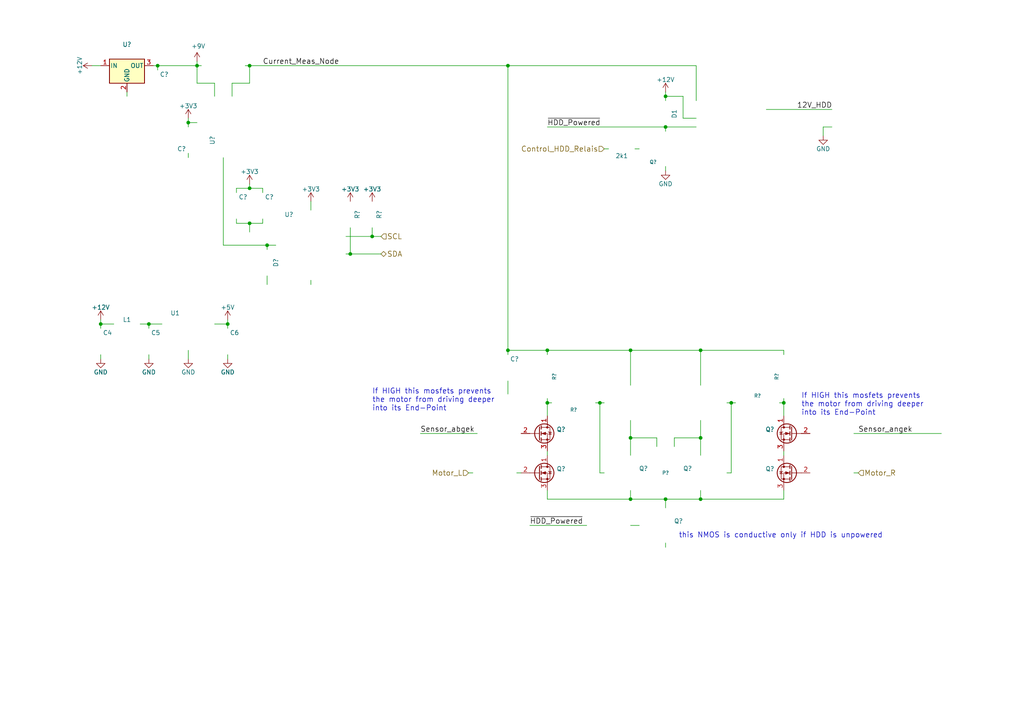
<source format=kicad_sch>
(kicad_sch (version 20211123) (generator eeschema)
  (paper "A4")
  (lib_symbols
    (symbol "Regulator_Linear:L7809" (pin_names (offset 0.254))
      (property "Reference" "U" (at -3.81 3.175 0))
      (property "Value" "L7809" (at 0 3.175 0))
      (symbol "L7809_0_1"
        (rectangle (start -5.08 1.905) (end 5.08 -5.08) (stroke (width 0.254)) (fill (type background)))
      )
      (symbol "L7809_1_1"
        (pin power_in line (at -7.62 0 0) (length 2.54) (name "IN") (number "1"))
        (pin power_in line (at 0 -7.62 90) (length 2.54) (name "GND") (number "2"))
        (pin power_out line (at 7.62 0 180) (length 2.54) (name "OUT") (number "3"))
      )
    )
    (symbol "Transistor_FET:BS170" (pin_names hide)
      (property "Reference" "Q" (at 5.08 1.905 0))
      (property "Value" "BS170" (at 5.08 0 0))
      (symbol "BS170_0_1"
        (polyline (pts (xy 0.254 0) (xy -2.54 0)))
        (polyline (pts (xy 0.254 1.905) (xy 0.254 -1.905)) (stroke (width 0.254)))
        (polyline (pts (xy 0.762 -1.27) (xy 0.762 -2.286)) (stroke (width 0.254)))
        (polyline (pts (xy 0.762 0.508) (xy 0.762 -0.508)) (stroke (width 0.254)))
        (polyline (pts (xy 0.762 2.286) (xy 0.762 1.27)) (stroke (width 0.254)))
        (polyline (pts (xy 2.54 2.54) (xy 2.54 1.778)))
        (polyline (pts (xy 2.54 -2.54) (xy 2.54 0) (xy 0.762 0)))
        (polyline (pts (xy 0.762 -1.778) (xy 3.302 -1.778) (xy 3.302 1.778) (xy 0.762 1.778)))
        (polyline (pts (xy 1.016 0) (xy 2.032 0.381) (xy 2.032 -0.381) (xy 1.016 0)) (fill (type outline)))
        (polyline (pts (xy 2.794 0.508) (xy 2.921 0.381) (xy 3.683 0.381) (xy 3.81 0.254)))
        (polyline (pts (xy 3.302 0.381) (xy 2.921 -0.254) (xy 3.683 -0.254) (xy 3.302 0.381)))
        (circle (center 1.651 0) (radius 2.794) (stroke (width 0.254)))
        (circle (center 2.54 -1.778) (radius 0.254) (fill (type outline)))
        (circle (center 2.54 1.778) (radius 0.254) (fill (type outline)))
      )
      (symbol "BS170_1_1"
        (pin passive line (at 2.54 5.08 270) (length 2.54) (name "D") (number "1"))
        (pin input line (at -5.08 0 0) (length 2.54) (name "G") (number "2"))
        (pin passive line (at 2.54 -5.08 90) (length 2.54) (name "S") (number "3"))
      )
    )
    (symbol "power:+12V" (power) (pin_names (offset 0))
      (property "Value" "+12V" (at 0 3.556 0))
      (symbol "+12V_0_1"
        (polyline (pts (xy -0.762 1.27) (xy 0 2.54)))
        (polyline (pts (xy 0 0) (xy 0 2.54)))
        (polyline (pts (xy 0 2.54) (xy 0.762 1.27)))
      )
      (symbol "+12V_1_1"
        (pin power_in line (at 0 0 90) (length 0) hide (name "+12V") (number "1"))
      )
    )
    (symbol "power:+3.3V" (power) (pin_names (offset 0))
      (property "Value" "+3.3V" (at 0 3.556 0))
      (symbol "+3.3V_0_1"
        (polyline (pts (xy -0.762 1.27) (xy 0 2.54)))
        (polyline (pts (xy 0 0) (xy 0 2.54)))
        (polyline (pts (xy 0 2.54) (xy 0.762 1.27)))
      )
      (symbol "+3.3V_1_1"
        (pin power_in line (at 0 0 90) (length 0) hide (name "+3V3") (number "1"))
      )
    )
    (symbol "power:+5V" (power) (pin_names (offset 0))
      (property "Value" "+5V" (at 0 3.556 0))
      (symbol "+5V_0_1"
        (polyline (pts (xy -0.762 1.27) (xy 0 2.54)))
        (polyline (pts (xy 0 0) (xy 0 2.54)))
        (polyline (pts (xy 0 2.54) (xy 0.762 1.27)))
      )
      (symbol "+5V_1_1"
        (pin power_in line (at 0 0 90) (length 0) hide (name "+5V") (number "1"))
      )
    )
    (symbol "power:+9V" (power) (pin_names (offset 0))
      (property "Value" "+9V" (at 0 3.556 0))
      (symbol "+9V_0_1"
        (polyline (pts (xy -0.762 1.27) (xy 0 2.54)))
        (polyline (pts (xy 0 0) (xy 0 2.54)))
        (polyline (pts (xy 0 2.54) (xy 0.762 1.27)))
      )
      (symbol "+9V_1_1"
        (pin power_in line (at 0 0 90) (length 0) hide (name "+9V") (number "1"))
      )
    )
    (symbol "power:GND" (power) (pin_names (offset 0))
      (property "Value" "GND" (at 0 -3.81 0))
      (symbol "GND_0_1"
        (polyline (pts (xy 0 0) (xy 0 -1.27) (xy 1.27 -1.27) (xy 0 -2.54) (xy -1.27 -1.27) (xy 0 -1.27)))
      )
      (symbol "GND_1_1"
        (pin power_in line (at 0 0 270) (length 0) hide (name "GND") (number "1"))
      )
    )
  )
  (junction (at 107.95 68.58))
  (junction (at 72.39 54.61))
  (junction (at 193.04 36.83))
  (junction (at 57.15 19.05))
  (junction (at 203.2 127))
  (junction (at 72.39 19.05))
  (junction (at 101.6 73.66))
  (junction (at 147.32 19.05))
  (junction (at 147.32 101.6))
  (junction (at 54.61 35.56))
  (junction (at 203.2 101.6))
  (junction (at 72.39 64.77))
  (junction (at 158.75 116.84))
  (junction (at 45.72 19.05))
  (junction (at 182.88 144.78))
  (junction (at 158.75 101.6))
  (junction (at 182.88 127))
  (junction (at 193.04 144.78))
  (junction (at 182.88 101.6))
  (junction (at 227.33 116.84))
  (junction (at 173.99 116.84))
  (junction (at 203.2 144.78))
  (junction (at 43.18 93.98))
  (junction (at 29.21 93.98))
  (junction (at 212.09 116.84))
  (junction (at 77.47 71.12))
  (junction (at 66.04 93.98))
  (junction (at 193.04 27.94))
  (wire (pts (xy 72.39 54.61) (xy 76.2 54.61)))
  (wire (pts (xy 203.2 127) (xy 203.2 132.08)))
  (wire (pts (xy 193.04 26.67) (xy 193.04 27.94)))
  (wire (pts (xy 77.47 72.39) (xy 77.47 71.12)))
  (wire (pts (xy 195.58 129.54) (xy 195.58 127)))
  (wire (pts (xy 203.2 144.78) (xy 203.2 142.24)))
  (wire (pts (xy 43.18 102.87) (xy 43.18 104.14)))
  (wire (pts (xy 182.88 101.6) (xy 203.2 101.6)))
  (wire (pts (xy 68.58 54.61) (xy 68.58 55.88)))
  (wire (pts (xy 57.15 19.05) (xy 57.15 17.78)))
  (wire (pts (xy 71.12 19.05) (xy 72.39 19.05)))
  (wire (pts (xy 227.33 116.84) (xy 227.33 120.65)))
  (wire (pts (xy 68.58 64.77) (xy 68.58 63.5)))
  (wire (pts (xy 58.42 19.05) (xy 57.15 19.05)))
  (wire (pts (xy 198.12 34.29) (xy 198.12 27.94)))
  (wire (pts (xy 147.32 101.6) (xy 158.75 101.6)))
  (wire (pts (xy 203.2 101.6) (xy 203.2 111.76)))
  (wire (pts (xy 147.32 101.6) (xy 147.32 19.05)))
  (wire (pts (xy 203.2 121.92) (xy 203.2 127)))
  (wire (pts (xy 100.33 73.66) (xy 101.6 73.66)))
  (wire (pts (xy 147.32 101.6) (xy 147.32 102.87)))
  (wire (pts (xy 76.2 54.61) (xy 76.2 55.88)))
  (wire (pts (xy 36.83 27.94) (xy 36.83 26.67)))
  (wire (pts (xy 76.2 64.77) (xy 76.2 63.5)))
  (wire (pts (xy 72.39 24.13) (xy 72.39 19.05)))
  (wire (pts (xy 29.21 102.87) (xy 29.21 104.14)))
  (wire (pts (xy 201.93 34.29) (xy 198.12 34.29)))
  (wire (pts (xy 135.89 137.16) (xy 137.16 137.16)))
  (wire (pts (xy 238.76 36.83) (xy 238.76 39.37)))
  (wire (pts (xy 147.32 19.05) (xy 201.93 19.05)))
  (wire (pts (xy 72.39 19.05) (xy 147.32 19.05)))
  (wire (pts (xy 158.75 101.6) (xy 182.88 101.6)))
  (wire (pts (xy 173.99 116.84) (xy 175.26 116.84)))
  (wire (pts (xy 33.02 93.98) (xy 29.21 93.98)))
  (wire (pts (xy 182.88 127) (xy 182.88 132.08)))
  (wire (pts (xy 149.86 137.16) (xy 151.13 137.16)))
  (wire (pts (xy 107.95 66.04) (xy 107.95 68.58)))
  (wire (pts (xy 68.58 64.77) (xy 72.39 64.77)))
  (wire (pts (xy 43.18 93.98) (xy 46.99 93.98)))
  (wire (pts (xy 40.64 93.98) (xy 43.18 93.98)))
  (wire (pts (xy 121.92 125.73) (xy 138.43 125.73)))
  (wire (pts (xy 72.39 64.77) (xy 76.2 64.77)))
  (wire (pts (xy 29.21 93.98) (xy 29.21 95.25)))
  (wire (pts (xy 54.61 35.56) (xy 54.61 36.83)))
  (wire (pts (xy 173.99 137.16) (xy 173.99 116.84)))
  (wire (pts (xy 193.04 36.83) (xy 193.04 38.1)))
  (wire (pts (xy 77.47 82.55) (xy 77.47 80.01)))
  (wire (pts (xy 193.04 158.75) (xy 193.04 157.48)))
  (wire (pts (xy 160.02 116.84) (xy 158.75 116.84)))
  (wire (pts (xy 158.75 142.24) (xy 158.75 144.78)))
  (wire (pts (xy 72.39 54.61) (xy 72.39 53.34)))
  (wire (pts (xy 158.75 36.83) (xy 193.04 36.83)))
  (wire (pts (xy 190.5 127) (xy 182.88 127)))
  (wire (pts (xy 227.33 116.84) (xy 226.06 116.84)))
  (wire (pts (xy 54.61 34.29) (xy 54.61 35.56)))
  (wire (pts (xy 212.09 137.16) (xy 212.09 116.84)))
  (wire (pts (xy 222.25 31.75) (xy 241.3 31.75)))
  (wire (pts (xy 210.82 137.16) (xy 212.09 137.16)))
  (wire (pts (xy 62.23 24.13) (xy 62.23 27.94)))
  (wire (pts (xy 212.09 116.84) (xy 213.36 116.84)))
  (wire (pts (xy 54.61 45.72) (xy 54.61 44.45)))
  (wire (pts (xy 203.2 101.6) (xy 227.33 101.6)))
  (wire (pts (xy 64.77 71.12) (xy 77.47 71.12)))
  (wire (pts (xy 158.75 116.84) (xy 158.75 120.65)))
  (wire (pts (xy 182.88 142.24) (xy 182.88 144.78)))
  (wire (pts (xy 193.04 29.21) (xy 193.04 27.94)))
  (wire (pts (xy 176.53 43.18) (xy 175.26 43.18)))
  (wire (pts (xy 62.23 93.98) (xy 66.04 93.98)))
  (wire (pts (xy 64.77 45.72) (xy 64.77 71.12)))
  (wire (pts (xy 158.75 130.81) (xy 158.75 132.08)))
  (wire (pts (xy 273.05 125.73) (xy 247.65 125.73)))
  (wire (pts (xy 227.33 102.87) (xy 227.33 101.6)))
  (wire (pts (xy 101.6 73.66) (xy 110.49 73.66)))
  (wire (pts (xy 182.88 101.6) (xy 182.88 111.76)))
  (wire (pts (xy 66.04 102.87) (xy 66.04 104.14)))
  (wire (pts (xy 57.15 19.05) (xy 57.15 24.13)))
  (wire (pts (xy 147.32 110.49) (xy 147.32 114.3)))
  (wire (pts (xy 190.5 129.54) (xy 190.5 127)))
  (wire (pts (xy 90.17 81.28) (xy 90.17 82.55)))
  (wire (pts (xy 182.88 121.92) (xy 182.88 127)))
  (wire (pts (xy 54.61 35.56) (xy 57.15 35.56)))
  (wire (pts (xy 158.75 144.78) (xy 182.88 144.78)))
  (wire (pts (xy 29.21 92.71) (xy 29.21 93.98)))
  (wire (pts (xy 54.61 101.6) (xy 54.61 104.14)))
  (wire (pts (xy 158.75 102.87) (xy 158.75 101.6)))
  (wire (pts (xy 227.33 144.78) (xy 227.33 142.24)))
  (wire (pts (xy 90.17 58.42) (xy 90.17 60.96)))
  (wire (pts (xy 101.6 66.04) (xy 101.6 73.66)))
  (wire (pts (xy 203.2 144.78) (xy 227.33 144.78)))
  (wire (pts (xy 241.3 36.83) (xy 238.76 36.83)))
  (wire (pts (xy 158.75 115.57) (xy 158.75 116.84)))
  (wire (pts (xy 68.58 54.61) (xy 72.39 54.61)))
  (wire (pts (xy 45.72 20.32) (xy 45.72 19.05)))
  (wire (pts (xy 175.26 137.16) (xy 173.99 137.16)))
  (wire (pts (xy 193.04 48.26) (xy 193.04 49.53)))
  (wire (pts (xy 193.04 147.32) (xy 193.04 144.78)))
  (wire (pts (xy 198.12 27.94) (xy 193.04 27.94)))
  (wire (pts (xy 182.88 144.78) (xy 193.04 144.78)))
  (wire (pts (xy 210.82 116.84) (xy 212.09 116.84)))
  (wire (pts (xy 107.95 68.58) (xy 110.49 68.58)))
  (wire (pts (xy 170.18 152.4) (xy 153.67 152.4)))
  (wire (pts (xy 67.31 24.13) (xy 72.39 24.13)))
  (wire (pts (xy 43.18 93.98) (xy 43.18 95.25)))
  (wire (pts (xy 193.04 36.83) (xy 201.93 36.83)))
  (wire (pts (xy 185.42 43.18) (xy 184.15 43.18)))
  (wire (pts (xy 172.72 116.84) (xy 173.99 116.84)))
  (wire (pts (xy 57.15 24.13) (xy 62.23 24.13)))
  (wire (pts (xy 193.04 144.78) (xy 203.2 144.78)))
  (wire (pts (xy 66.04 93.98) (xy 66.04 95.25)))
  (wire (pts (xy 26.67 19.05) (xy 29.21 19.05)))
  (wire (pts (xy 227.33 115.57) (xy 227.33 116.84)))
  (wire (pts (xy 201.93 19.05) (xy 201.93 29.21)))
  (wire (pts (xy 45.72 19.05) (xy 57.15 19.05)))
  (wire (pts (xy 44.45 19.05) (xy 45.72 19.05)))
  (wire (pts (xy 195.58 127) (xy 203.2 127)))
  (wire (pts (xy 66.04 92.71) (xy 66.04 93.98)))
  (wire (pts (xy 182.88 152.4) (xy 185.42 152.4)))
  (wire (pts (xy 247.65 137.16) (xy 248.92 137.16)))
  (wire (pts (xy 67.31 27.94) (xy 67.31 24.13)))
  (wire (pts (xy 80.01 71.12) (xy 77.47 71.12)))
  (wire (pts (xy 100.33 68.58) (xy 107.95 68.58)))
  (wire (pts (xy 227.33 130.81) (xy 227.33 132.08)))
  (wire (pts (xy 72.39 67.31) (xy 72.39 64.77)))
  (text "If HIGH this mosfets prevents\nthe motor from driving deeper\ninto its End-Point" (at 107.95 119.38 0) (effects (font (size 1.524 1.524)) (justify left bottom)))
  (text "If HIGH this mosfets prevents\nthe motor from driving deeper\ninto its End-Point" (at 232.41 120.65 0) (effects (font (size 1.524 1.524)) (justify left bottom)))
  (text "this NMOS is conductive only if HDD is unpowered" (at 196.85 156.21 0) (effects (font (size 1.524 1.524)) (justify left bottom)))
  (label "Sensor_abgek" (at 121.92 125.73 0) (effects (font (size 1.524 1.524))))
  (label "Sensor_angek" (at 248.92 125.73 0) (effects (font (size 1.524 1.524))))
  (label "~{HDD_Powered}" (at 153.67 152.4 0) (effects (font (size 1.524 1.524))))
  (label "Current_Meas_Node" (at 76.2 19.05 0) (effects (font (size 1.524 1.524))))
  (label "12V_HDD" (at 231.14 31.75 0) (effects (font (size 1.524 1.524))))
  (label "~{HDD_Powered}" (at 158.75 36.83 0) (effects (font (size 1.524 1.524))))
  (hierarchical_label "SDA" (shape bidirectional) (at 110.49 73.66 0) (effects (font (size 1.524 1.524))))
  (hierarchical_label "SCL" (shape input) (at 110.49 68.58 0) (effects (font (size 1.524 1.524))))
  (hierarchical_label "Control_HDD_Relais" (shape input) (at 175.26 43.18 180) (effects (font (size 1.524 1.524))))
  (hierarchical_label "Motor_R" (shape input) (at 248.92 137.16 0) (effects (font (size 1.524 1.524))))
  (hierarchical_label "Motor_L" (shape input) (at 135.89 137.16 180) (effects (font (size 1.524 1.524))))
  (symbol (lib_id "power:+12V") (at 29.21 92.71 0) (unit 1)
    (property "Reference" "#PWR019" (effects hide))
  )
  (symbol (lib_id "power:GND") (at 66.04 104.14 0) (unit 1)
    (property "Reference" "#PWR020" (effects hide))
  )
  (symbol (lib_id "power:+5V") (at 66.04 92.71 0) (unit 1)
    (property "Reference" "#PWR022" (effects hide))
  )
  (symbol (lib_id "BackupServer-rescue:R-78E5.0-1.0") (at 54.61 93.98 0) (unit 1)
    (property "Reference" "U1" (at 50.8 90.805 0))
    (property "Datasheet" "https://www.recom-power.com/pdf/Innoline/R-78Exx-1.0.pdf" (effects hide))
  )
  (symbol (lib_id "BackupServer-rescue:D") (at 193.04 33.02 270) (unit 1)
    (property "Reference" "D1" (at 195.58 33.02 0))
  )
  (symbol (lib_id "power:GND") (at 193.04 49.53 0) (mirror y) (unit 1)
    (property "Reference" "#PWR028" (effects hide))
  )
  (symbol (lib_id "BackupServer-rescue:R") (at 180.34 43.18 90) (mirror x) (unit 1)
    (property "Reference" "2k1" (at 180.34 45.212 90))
  )
  (symbol (lib_id "BackupServer-rescue:_PCN-112D3MHZ") (at 212.09 27.94 0) (unit 1)
    (property "Reference" "K1" (at 210.82 25.4 0))
  )
  (symbol (lib_id "BackupServer-rescue:C") (at 43.18 99.06 0) (unit 1)
    (property "Reference" "C5" (at 43.815 96.52 0) (effects (justify left)))
  )
  (symbol (lib_id "BackupServer-rescue:C") (at 66.04 99.06 0) (unit 1)
    (property "Reference" "C6" (at 66.675 96.52 0) (effects (justify left)))
  )
  (symbol (lib_id "BackupServer-rescue:C") (at 29.21 99.06 0) (unit 1)
    (property "Reference" "C4" (at 29.845 96.52 0) (effects (justify left)))
  )
  (symbol (lib_id "BackupServer-rescue:L") (at 36.83 93.98 270) (unit 1)
    (property "Reference" "L1" (at 36.83 92.71 90))
  )
  (symbol (lib_id "power:GND") (at 29.21 104.14 0) (unit 1)
    (property "Reference" "#PWR023" (effects hide))
  )
  (symbol (lib_id "power:GND") (at 43.18 104.14 0) (unit 1)
    (property "Reference" "#PWR024" (effects hide))
  )
  (symbol (lib_id "power:GND") (at 54.61 104.14 0) (unit 1)
    (property "Reference" "#PWR025" (effects hide))
  )
  (symbol (lib_id "BackupServer-rescue:MCP3221") (at 90.17 71.12 0) (unit 1)
    (property "Reference" "U?" (at 83.82 62.23 0))
  )
  (symbol (lib_id "BackupServer-rescue:GND-RESCUE-BackupServer") (at 90.17 82.55 0) (unit 1)
    (property "Reference" "#PWR?" (effects hide))
  )
  (symbol (lib_id "power:+3.3V") (at 90.17 58.42 0) (unit 1)
    (property "Reference" "#PWR?" (effects hide))
  )
  (symbol (lib_id "power:+3.3V") (at 72.39 53.34 0) (unit 1)
    (property "Reference" "#PWR?" (effects hide))
  )
  (symbol (lib_id "BackupServer-rescue:C") (at 76.2 59.69 0) (unit 1)
    (property "Reference" "C?" (at 76.835 57.15 0) (effects (justify left)))
  )
  (symbol (lib_id "BackupServer-rescue:C") (at 68.58 59.69 0) (unit 1)
    (property "Reference" "C?" (at 69.215 57.15 0) (effects (justify left)))
  )
  (symbol (lib_id "BackupServer-rescue:GND-RESCUE-BackupServer") (at 72.39 67.31 0) (unit 1)
    (property "Reference" "#PWR?" (effects hide))
  )
  (symbol (lib_id "BackupServer-rescue:R") (at 101.6 62.23 0) (unit 1)
    (property "Reference" "R?" (at 103.632 62.23 90))
  )
  (symbol (lib_id "BackupServer-rescue:R") (at 107.95 62.23 0) (unit 1)
    (property "Reference" "R?" (at 109.982 62.23 90))
  )
  (symbol (lib_id "power:+3.3V") (at 101.6 58.42 0) (unit 1)
    (property "Reference" "#PWR?" (effects hide))
  )
  (symbol (lib_id "power:+3.3V") (at 107.95 58.42 0) (unit 1)
    (property "Reference" "#PWR?" (effects hide))
  )
  (symbol (lib_id "BackupServer-rescue:D_Zener") (at 77.47 76.2 270) (unit 1)
    (property "Reference" "D?" (at 80.01 76.2 0))
  )
  (symbol (lib_id "BackupServer-rescue:GND-RESCUE-BackupServer") (at 77.47 82.55 0) (unit 1)
    (property "Reference" "#PWR?" (effects hide))
  )
  (symbol (lib_id "BackupServer-rescue:INA212") (at 64.77 35.56 90) (mirror x) (unit 1)
    (property "Reference" "U?" (at 61.595 39.37 0) (effects (justify left)))
    (property "Datasheet" "http://www.ti.com/lit/ds/symlink/ina211.pdf" (effects hide))
    (property "SPR" "Digikey" (effects hide))
    (property "SPN" "296-23586-1-ND" (effects hide))
  )
  (symbol (lib_id "BackupServer-rescue:GND-RESCUE-BackupServer") (at 54.61 45.72 0) (unit 1)
    (property "Reference" "#PWR?" (effects hide))
  )
  (symbol (lib_id "power:+3.3V") (at 54.61 34.29 0) (unit 1)
    (property "Reference" "#PWR?" (effects hide))
  )
  (symbol (lib_id "BackupServer-rescue:C") (at 54.61 40.64 180) (unit 1)
    (property "Reference" "C?" (at 53.975 43.18 0) (effects (justify left)))
  )
  (symbol (lib_id "BackupServer-rescue:R-RESCUE-BackupServer") (at 64.77 19.05 270) (unit 1)
    (property "Reference" "R?" (at 64.77 21.082 90) (effects (font (size 1.016 1.016))))
    (property "Datasheet" "http://www.rohm.com/web/global/datasheet/PMR18EZPFV/pmr-e" (effects hide))
    (property "MFR" "Rohm Semiconductor" (effects hide))
    (property "MPN" "PMR100HZPFV1L00" (effects hide))
    (property "SPR" "Digikey" (effects hide))
    (property "SPN" "RHM.001AUCT-ND" (effects hide))
  )
  (symbol (lib_id "power:+12V") (at 26.67 19.05 90) (unit 1)
    (property "Reference" "#PWR?" (effects hide))
  )
  (symbol (lib_id "BackupServer-rescue:GND-RESCUE-BackupServer") (at 72.39 35.56 90) (unit 1)
    (property "Reference" "#PWR?" (effects hide))
  )
  (symbol (lib_id "BackupServer-rescue:GND-RESCUE-BackupServer") (at 72.39 38.1 90) (unit 1)
    (property "Reference" "#PWR?" (effects hide))
  )
  (symbol (lib_id "power:+12V") (at 193.04 26.67 0) (unit 1)
    (property "Reference" "#PWR?" (effects hide))
  )
  (symbol (lib_id "BackupServer-rescue:R-RESCUE-BackupServer") (at 166.37 116.84 270) (unit 1)
    (property "Reference" "R?" (at 166.37 118.872 90) (effects (font (size 1.016 1.016))))
  )
  (symbol (lib_id "BackupServer-rescue:R-RESCUE-BackupServer") (at 158.75 109.22 0) (unit 1)
    (property "Reference" "R?" (at 160.782 109.22 90) (effects (font (size 1.016 1.016))))
  )
  (symbol (lib_id "BackupServer-rescue:R-RESCUE-BackupServer") (at 143.51 137.16 270) (unit 1)
    (property "Reference" "R?" (at 143.51 139.192 90) (effects (font (size 1.016 1.016))))
  )
  (symbol (lib_id "BackupServer-rescue:R-RESCUE-BackupServer") (at 219.71 116.84 270) (mirror x) (unit 1)
    (property "Reference" "R?" (at 219.71 114.808 90) (effects (font (size 1.016 1.016))))
  )
  (symbol (lib_id "BackupServer-rescue:R-RESCUE-BackupServer") (at 227.33 109.22 0) (mirror y) (unit 1)
    (property "Reference" "R?" (at 225.298 109.22 90) (effects (font (size 1.016 1.016))))
  )
  (symbol (lib_id "BackupServer-rescue:R-RESCUE-BackupServer") (at 241.3 137.16 90) (mirror x) (unit 1)
    (property "Reference" "R?" (at 241.3 139.192 90) (effects (font (size 1.016 1.016))))
  )
  (symbol (lib_id "BackupServer-rescue:CONN_2") (at 193.04 138.43 270) (unit 1)
    (property "Reference" "P?" (at 193.04 137.16 90) (effects (font (size 1.016 1.016))))
  )
  (symbol (lib_id "BackupServer-rescue:Q_NMOS_GDS") (at 180.34 137.16 0) (unit 1)
    (property "Reference" "Q?" (at 187.96 135.89 0) (effects (justify right)))
    (property "Datasheet" "http://aosmd.com/res/data_sheets/AOD514.pdf" (effects hide))
    (property "SPR" "Digikey" (effects hide))
    (property "SPN" "785-1357-1-ND" (effects hide))
  )
  (symbol (lib_id "BackupServer-rescue:Q_NMOS_GDS") (at 205.74 137.16 0) (mirror y) (unit 1)
    (property "Reference" "Q?" (at 198.12 135.89 0) (effects (justify right)))
    (property "Datasheet" "http://aosmd.com/res/data_sheets/AOD514.pdf" (effects hide))
    (property "SPR" "Digikey" (effects hide))
    (property "SPN" "785-1357-1-ND" (effects hide))
  )
  (symbol (lib_id "BackupServer-rescue:Q_PMOS_GDS") (at 180.34 116.84 0) (mirror x) (unit 1)
    (property "Reference" "Q?" (at 187.96 118.11 0) (effects (justify right)))
    (property "Datasheet" "http://aosmd.com/res/data_sheets/AOD417.pdf" (effects hide))
    (property "SPR" "Digikey" (effects hide))
    (property "SPN" "785-1106-1-ND" (effects hide))
  )
  (symbol (lib_id "BackupServer-rescue:Q_PMOS_GDS") (at 205.74 116.84 180) (unit 1)
    (property "Reference" "Q?" (at 198.12 118.11 0) (effects (justify right)))
    (property "Datasheet" "http://aosmd.com/res/data_sheets/AOD417.pdf" (effects hide))
    (property "SPR" "Digikey" (effects hide))
    (property "SPN" "785-1106-1-ND" (effects hide))
  )
  (symbol (lib_id "BackupServer-rescue:GND-RESCUE-BackupServer") (at 147.32 114.3 0) (unit 1)
    (property "Reference" "#PWR?" (effects hide))
  )
  (symbol (lib_id "BackupServer-rescue:CP") (at 147.32 106.68 0) (unit 1)
    (property "Reference" "C?" (at 147.955 104.14 0) (effects (justify left)))
  )
  (symbol (lib_id "BackupServer-rescue:Q_NMOS_GDS") (at 190.5 152.4 0) (unit 1)
    (property "Reference" "Q?" (at 198.12 151.13 0) (effects (justify right)))
    (property "Datasheet" "http://aosmd.com/res/data_sheets/AOD514.pdf" (effects hide))
    (property "SPR" "Digikey" (effects hide))
    (property "SPN" "785-1357-1-ND" (effects hide))
  )
  (symbol (lib_id "BackupServer-rescue:GND-RESCUE-BackupServer") (at 193.04 158.75 0) (unit 1)
    (property "Reference" "#PWR?" (effects hide))
  )
  (symbol (lib_id "BackupServer-rescue:R-RESCUE-BackupServer") (at 176.53 152.4 270) (unit 1)
    (property "Reference" "R?" (at 176.53 154.432 90) (effects (font (size 1.016 1.016))))
  )
  (symbol (lib_id "BackupServer-rescue:CONN_2") (at 250.19 34.29 0) (unit 1)
    (property "Reference" "P?" (at 253.4158 33.5788 0) (effects (font (size 1.016 1.016)) (justify left)))
  )
  (symbol (lib_id "power:GND") (at 238.76 39.37 0) (mirror y) (unit 1)
    (property "Reference" "#PWR?" (effects hide))
  )
  (symbol (lib_id "BackupServer-rescue:BD139") (at 190.5 43.18 0) (unit 1)
    (property "Reference" "Q?" (at 190.5 46.99 0) (effects (font (size 1.016 1.016)) (justify right)))
    (property "Datasheet" "https://assets.nexperia.com/documents/data-sheet/BC817_BC817W_BC337.pdf" (effects hide))
    (property "SPR" "Digikey" (effects hide))
    (property "SPN" "1727-2919-1-ND" (effects hide))
  )
  (symbol (lib_id "Regulator_Linear:L7809") (at 36.83 19.05 0) (unit 1)
    (property "Reference" "U?" (at 36.83 12.9032 0))
    (property "Datasheet" "http://www.st.com/content/ccc/resource/technical/document/datasheet/41/4f/b3/b0/12/d4/47/88/CD00000444.pdf/files/CD00000444.pdf/jcr:content/translations/en.CD00000444.pdf" (effects hide))
  )
  (symbol (lib_id "BackupServer-rescue:C") (at 45.72 24.13 0) (unit 1)
    (property "Reference" "C?" (at 46.355 21.59 0) (effects (justify left)))
  )
  (symbol (lib_id "BackupServer-rescue:GND-RESCUE-BackupServer") (at 45.72 27.94 0) (unit 1)
    (property "Reference" "#PWR?" (effects hide))
  )
  (symbol (lib_id "BackupServer-rescue:GND-RESCUE-BackupServer") (at 36.83 27.94 0) (unit 1)
    (property "Reference" "#PWR?" (effects hide))
  )
  (symbol (lib_id "power:+9V") (at 57.15 17.78 0) (unit 1)
    (property "Reference" "#PWR?" (effects hide))
  )
  (symbol (lib_id "Transistor_FET:BS170") (at 156.21 137.16 0) (unit 1)
    (property "Reference" "Q?" (at 161.417 135.9916 0) (effects (justify left)))
    (property "Datasheet" "http://www.fairchildsemi.com/ds/BS/BS170.pdf" (effects hide))
  )
  (symbol (lib_id "Transistor_FET:BS170") (at 156.21 125.73 0) (unit 1)
    (property "Reference" "Q?" (at 161.417 124.5616 0) (effects (justify left)))
    (property "Datasheet" "http://www.fairchildsemi.com/ds/BS/BS170.pdf" (effects hide))
  )
  (symbol (lib_id "Transistor_FET:BS170") (at 229.87 137.16 0) (mirror y) (unit 1)
    (property "Reference" "Q?" (at 224.6376 135.9916 0) (effects (justify left)))
    (property "Datasheet" "http://www.fairchildsemi.com/ds/BS/BS170.pdf" (effects hide))
  )
  (symbol (lib_id "Transistor_FET:BS170") (at 229.87 125.73 0) (mirror y) (unit 1)
    (property "Reference" "Q?" (at 224.6376 124.5616 0) (effects (justify left)))
    (property "Datasheet" "http://www.fairchildsemi.com/ds/BS/BS170.pdf" (effects hide))
  )
  (symbol (lib_id "BackupServer-rescue:R-RESCUE-BackupServer") (at 241.3 125.73 90) (mirror x) (unit 1)
    (property "Reference" "R?" (at 241.3 127.762 90) (effects (font (size 1.016 1.016))))
  )
  (symbol (lib_id "BackupServer-rescue:R-RESCUE-BackupServer") (at 144.78 125.73 270) (unit 1)
    (property "Reference" "R?" (at 144.78 127.762 90) (effects (font (size 1.016 1.016))))
  )
)
</source>
